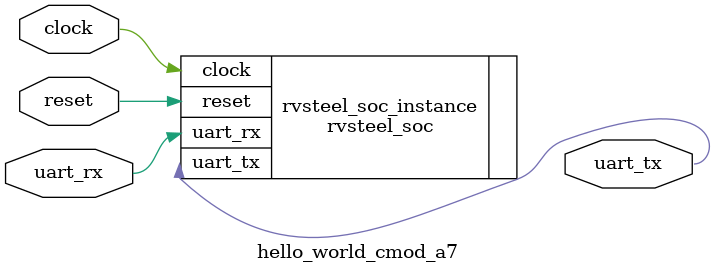
<source format=v>
/**************************************************************************************************

MIT License

Copyright (c) RISC-V Steel

Permission is hereby granted, free of charge, to any person obtaining a copy
of this software and associated documentation files (the "Software"), to deal
in the Software without restriction, including without limitation the rights
to use, copy, modify, merge, publish, distribute, sublicense, and/or sell
copies of the Software, and to permit persons to whom the Software is
furnished to do so, subject to the following conditions:

The above copyright notice and this permission notice shall be included in all
copies or substantial portions of the Software.

THE SOFTWARE IS PROVIDED "AS IS", WITHOUT WARRANTY OF ANY KIND, EXPRESS OR
IMPLIED, INCLUDING BUT NOT LIMITED TO THE WARRANTIES OF MERCHANTABILITY,
FITNESS FOR A PARTICULAR PURPOSE AND NONINFRINGEMENT. IN NO EVENT SHALL THE
AUTHORS OR COPYRIGHT HOLDERS BE LIABLE FOR ANY CLAIM, DAMAGES OR OTHER
LIABILITY, WHETHER IN AN ACTION OF CONTRACT, TORT OR OTHERWISE, ARISING FROM,
OUT OF OR IN CONNECTION WITH THE SOFTWARE OR THE USE OR OTHER DEALINGS IN THE
SOFTWARE.

**************************************************************************************************/

/**************************************************************************************************

Project Name:  RISC-V Steel SoC
Project Repo:  github.com/riscv-steel/riscv-steel
Author:        Rafael Calcada 
E-mail:        rafaelcalcada@gmail.com

Top Module:    rvsteel_soc
 
**************************************************************************************************/

/**************************************************************************************************

Remarks:

  - 'clock' is connected to Cmod's 12MHz board clock.
  - 'reset' is connected to BTN1 on the board
  - UART signals are connect to Cmod's UART-USB bridge

**************************************************************************************************/
module hello_world_cmod_a7 (

  input   wire clock,
  input   wire reset,
  input   wire uart_rx,
  output  wire uart_tx

  );

  rvsteel_soc #(

    .CLOCK_FREQUENCY          (12000000           ),
    .UART_BAUD_RATE           (9600               ),
    .MEMORY_SIZE              (8192               ),
    .MEMORY_INIT_FILE         ("hello-world.mem"  ),
    .FILL_UNUSED_MEMORY_WITH  (32'hdeadbeef       ),
    .BOOT_ADDRESS             (32'h00000000       )

  ) rvsteel_soc_instance (
    
    .clock                    (clock              ),
    .reset                    (reset              ),
    .uart_rx                  (uart_rx            ),
    .uart_tx                  (uart_tx            )

  );

endmodule
</source>
